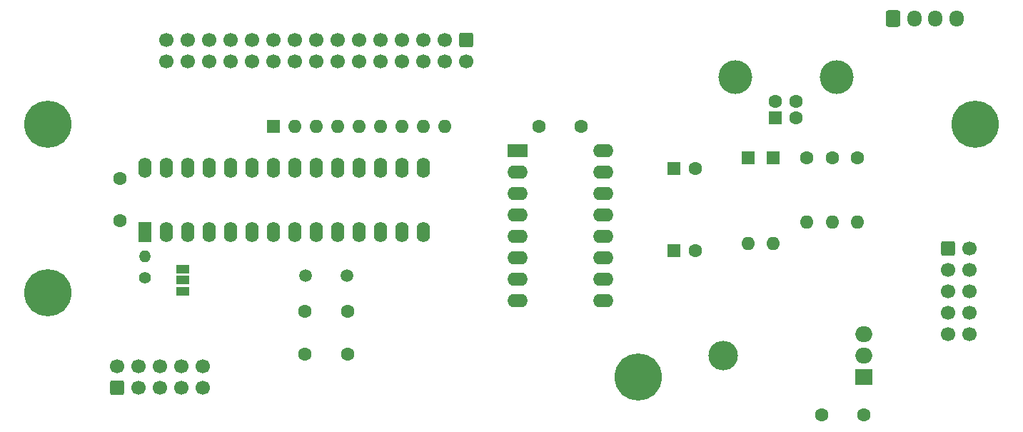
<source format=gbr>
%TF.GenerationSoftware,KiCad,Pcbnew,(6.0.4)*%
%TF.CreationDate,2023-02-09T14:30:41+01:00*%
%TF.ProjectId,Processor_Board,50726f63-6573-4736-9f72-5f426f617264,rev?*%
%TF.SameCoordinates,Original*%
%TF.FileFunction,Soldermask,Top*%
%TF.FilePolarity,Negative*%
%FSLAX46Y46*%
G04 Gerber Fmt 4.6, Leading zero omitted, Abs format (unit mm)*
G04 Created by KiCad (PCBNEW (6.0.4)) date 2023-02-09 14:30:41*
%MOMM*%
%LPD*%
G01*
G04 APERTURE LIST*
G04 Aperture macros list*
%AMRoundRect*
0 Rectangle with rounded corners*
0 $1 Rounding radius*
0 $2 $3 $4 $5 $6 $7 $8 $9 X,Y pos of 4 corners*
0 Add a 4 corners polygon primitive as box body*
4,1,4,$2,$3,$4,$5,$6,$7,$8,$9,$2,$3,0*
0 Add four circle primitives for the rounded corners*
1,1,$1+$1,$2,$3*
1,1,$1+$1,$4,$5*
1,1,$1+$1,$6,$7*
1,1,$1+$1,$8,$9*
0 Add four rect primitives between the rounded corners*
20,1,$1+$1,$2,$3,$4,$5,0*
20,1,$1+$1,$4,$5,$6,$7,0*
20,1,$1+$1,$6,$7,$8,$9,0*
20,1,$1+$1,$8,$9,$2,$3,0*%
G04 Aperture macros list end*
%ADD10R,1.600000X1.600000*%
%ADD11C,1.600000*%
%ADD12RoundRect,0.250000X-0.600000X-0.725000X0.600000X-0.725000X0.600000X0.725000X-0.600000X0.725000X0*%
%ADD13O,1.700000X1.950000*%
%ADD14R,1.500000X1.000000*%
%ADD15O,1.600000X1.600000*%
%ADD16C,5.600000*%
%ADD17C,1.400000*%
%ADD18O,1.400000X1.400000*%
%ADD19RoundRect,0.250000X-0.600000X0.600000X-0.600000X-0.600000X0.600000X-0.600000X0.600000X0.600000X0*%
%ADD20C,1.700000*%
%ADD21O,3.500000X3.500000*%
%ADD22R,2.000000X1.905000*%
%ADD23O,2.000000X1.905000*%
%ADD24RoundRect,0.250000X0.600000X-0.600000X0.600000X0.600000X-0.600000X0.600000X-0.600000X-0.600000X0*%
%ADD25C,1.500000*%
%ADD26RoundRect,0.250000X-0.600000X-0.600000X0.600000X-0.600000X0.600000X0.600000X-0.600000X0.600000X0*%
%ADD27C,4.000000*%
%ADD28R,2.400000X1.600000*%
%ADD29O,2.400000X1.600000*%
%ADD30R,1.600000X2.400000*%
%ADD31O,1.600000X2.400000*%
G04 APERTURE END LIST*
D10*
%TO.C,C7*%
X114250000Y-135250000D03*
D11*
X116750000Y-135250000D03*
%TD*%
D10*
%TO.C,C6*%
X114250000Y-145000000D03*
D11*
X116750000Y-145000000D03*
%TD*%
D12*
%TO.C,J5*%
X140250000Y-117500000D03*
D13*
X142750000Y-117500000D03*
X145250000Y-117500000D03*
X147750000Y-117500000D03*
%TD*%
D14*
%TO.C,JP1*%
X56000000Y-149800000D03*
X56000000Y-148500000D03*
X56000000Y-147200000D03*
%TD*%
D11*
%TO.C,R2*%
X136000000Y-134000000D03*
D15*
X136000000Y-141620000D03*
%TD*%
D16*
%TO.C,H3*%
X110000000Y-160000000D03*
%TD*%
D17*
%TO.C,R1*%
X51500000Y-148220000D03*
D18*
X51500000Y-145680000D03*
%TD*%
D10*
%TO.C,D1*%
X123000000Y-134000000D03*
D15*
X123000000Y-144160000D03*
%TD*%
D19*
%TO.C,J1*%
X89560000Y-120000000D03*
D20*
X89560000Y-122540000D03*
X87020000Y-120000000D03*
X87020000Y-122540000D03*
X84480000Y-120000000D03*
X84480000Y-122540000D03*
X81940000Y-120000000D03*
X81940000Y-122540000D03*
X79400000Y-120000000D03*
X79400000Y-122540000D03*
X76860000Y-120000000D03*
X76860000Y-122540000D03*
X74320000Y-120000000D03*
X74320000Y-122540000D03*
X71780000Y-120000000D03*
X71780000Y-122540000D03*
X69240000Y-120000000D03*
X69240000Y-122540000D03*
X66700000Y-120000000D03*
X66700000Y-122540000D03*
X64160000Y-120000000D03*
X64160000Y-122540000D03*
X61620000Y-120000000D03*
X61620000Y-122540000D03*
X59080000Y-120000000D03*
X59080000Y-122540000D03*
X56540000Y-120000000D03*
X56540000Y-122540000D03*
X54000000Y-120000000D03*
X54000000Y-122540000D03*
%TD*%
D21*
%TO.C,U2*%
X120070000Y-157500000D03*
D22*
X136730000Y-160040000D03*
D23*
X136730000Y-157500000D03*
X136730000Y-154960000D03*
%TD*%
D24*
%TO.C,J3*%
X48170000Y-161252500D03*
D20*
X48170000Y-158712500D03*
X50710000Y-161252500D03*
X50710000Y-158712500D03*
X53250000Y-161252500D03*
X53250000Y-158712500D03*
X55790000Y-161252500D03*
X55790000Y-158712500D03*
X58330000Y-161252500D03*
X58330000Y-158712500D03*
%TD*%
D16*
%TO.C,H4*%
X40000000Y-150000000D03*
%TD*%
D11*
%TO.C,C4*%
X48500000Y-141500000D03*
X48500000Y-136500000D03*
%TD*%
D10*
%TO.C,RN1*%
X66750000Y-130250000D03*
D15*
X69290000Y-130250000D03*
X71830000Y-130250000D03*
X74370000Y-130250000D03*
X76910000Y-130250000D03*
X79450000Y-130250000D03*
X81990000Y-130250000D03*
X84530000Y-130250000D03*
X87070000Y-130250000D03*
%TD*%
D11*
%TO.C,C5*%
X131750000Y-164500000D03*
X136750000Y-164500000D03*
%TD*%
D16*
%TO.C,H1*%
X40000000Y-130000000D03*
%TD*%
D25*
%TO.C,Y1*%
X75450000Y-148000000D03*
X70550000Y-148000000D03*
%TD*%
D26*
%TO.C,J4*%
X146750000Y-144750000D03*
D20*
X149290000Y-144750000D03*
X146750000Y-147290000D03*
X149290000Y-147290000D03*
X146750000Y-149830000D03*
X149290000Y-149830000D03*
X146750000Y-152370000D03*
X149290000Y-152370000D03*
X146750000Y-154910000D03*
X149290000Y-154910000D03*
%TD*%
D10*
%TO.C,J2*%
X126250000Y-129287500D03*
D11*
X128750000Y-129287500D03*
X128750000Y-127287500D03*
X126250000Y-127287500D03*
D27*
X133500000Y-124427500D03*
X121500000Y-124427500D03*
%TD*%
D11*
%TO.C,R3*%
X133000000Y-134000000D03*
D15*
X133000000Y-141620000D03*
%TD*%
D11*
%TO.C,C2*%
X70500000Y-157250000D03*
X70500000Y-152250000D03*
%TD*%
D28*
%TO.C,U3*%
X95675000Y-133125000D03*
D29*
X95675000Y-135665000D03*
X95675000Y-138205000D03*
X95675000Y-140745000D03*
X95675000Y-143285000D03*
X95675000Y-145825000D03*
X95675000Y-148365000D03*
X95675000Y-150905000D03*
X105835000Y-150905000D03*
X105835000Y-148365000D03*
X105835000Y-145825000D03*
X105835000Y-143285000D03*
X105835000Y-140745000D03*
X105835000Y-138205000D03*
X105835000Y-135665000D03*
X105835000Y-133125000D03*
%TD*%
D11*
%TO.C,C3*%
X75500000Y-157250000D03*
X75500000Y-152250000D03*
%TD*%
%TO.C,C1*%
X103250000Y-130250000D03*
X98250000Y-130250000D03*
%TD*%
D16*
%TO.C,H2*%
X150000000Y-130000000D03*
%TD*%
D11*
%TO.C,R4*%
X130000000Y-134000000D03*
D15*
X130000000Y-141620000D03*
%TD*%
D10*
%TO.C,D2*%
X126000000Y-134000000D03*
D15*
X126000000Y-144160000D03*
%TD*%
D30*
%TO.C,U1*%
X51460000Y-142825000D03*
D31*
X54000000Y-142825000D03*
X56540000Y-142825000D03*
X59080000Y-142825000D03*
X61620000Y-142825000D03*
X64160000Y-142825000D03*
X66700000Y-142825000D03*
X69240000Y-142825000D03*
X71780000Y-142825000D03*
X74320000Y-142825000D03*
X76860000Y-142825000D03*
X79400000Y-142825000D03*
X81940000Y-142825000D03*
X84480000Y-142825000D03*
X84480000Y-135205000D03*
X81940000Y-135205000D03*
X79400000Y-135205000D03*
X76860000Y-135205000D03*
X74320000Y-135205000D03*
X71780000Y-135205000D03*
X69240000Y-135205000D03*
X66700000Y-135205000D03*
X64160000Y-135205000D03*
X61620000Y-135205000D03*
X59080000Y-135205000D03*
X56540000Y-135205000D03*
X54000000Y-135205000D03*
X51460000Y-135205000D03*
%TD*%
M02*

</source>
